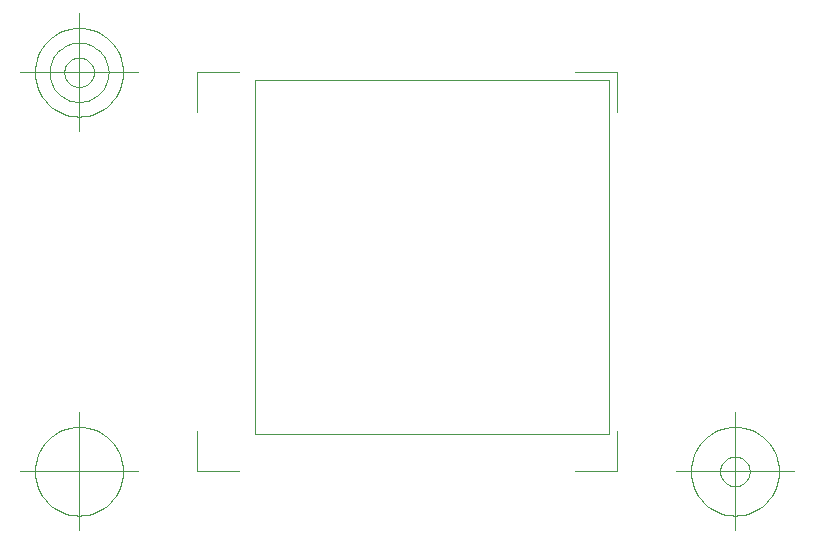
<source format=gbr>
G04 Generated by Ultiboard 10.0 *
%FSLAX25Y25*%
%MOIN*%

%ADD23C,0.00004*%
%ADD22C,0.00394*%


G04 ColorRGB 00FFFF for the following layer *
%LNLeiterplattenumriss*%
%LPD*%
%FSLAX25Y25*%
%MOIN*%
G54D23*
X0Y0D02*
X118000Y0D01*
X118000Y0D02*
X118000Y118000D01*
X118000Y118000D02*
X0Y118000D01*
X0Y118000D02*
X0Y0D01*
X0Y0D02*
X118000Y0D01*
X118000Y0D02*
X118000Y118000D01*
X118000Y118000D02*
X0Y118000D01*
X0Y118000D02*
X0Y0D01*
G54D22*
X-19400Y-12512D02*
X-19400Y789D01*
X-19400Y-12512D02*
X-5410Y-12512D01*
X120500Y-12512D02*
X106510Y-12512D01*
X120500Y-12512D02*
X120500Y789D01*
X120500Y120500D02*
X120500Y107199D01*
X120500Y120500D02*
X106510Y120500D01*
X-19400Y120500D02*
X-5410Y120500D01*
X-19400Y120500D02*
X-19400Y107199D01*
X-39085Y-12512D02*
X-78455Y-12512D01*
X-58770Y-32197D02*
X-58770Y7173D01*
X-44006Y-12512D02*
X-44077Y-11065D01*
X-44077Y-11065D02*
X-44290Y-9632D01*
X-44290Y-9632D02*
X-44642Y-8226D01*
X-44642Y-8226D02*
X-45130Y-6862D01*
X-45130Y-6862D02*
X-45750Y-5552D01*
X-45750Y-5552D02*
X-46494Y-4309D01*
X-46494Y-4309D02*
X-47358Y-3146D01*
X-47358Y-3146D02*
X-48331Y-2072D01*
X-48331Y-2072D02*
X-49404Y-1099D01*
X-49404Y-1099D02*
X-50568Y-236D01*
X-50568Y-236D02*
X-51810Y509D01*
X-51810Y509D02*
X-53120Y1128D01*
X-53120Y1128D02*
X-54484Y1616D01*
X-54484Y1616D02*
X-55890Y1968D01*
X-55890Y1968D02*
X-57323Y2181D01*
X-57323Y2181D02*
X-58770Y2252D01*
X-58770Y2252D02*
X-60217Y2181D01*
X-60217Y2181D02*
X-61650Y1968D01*
X-61650Y1968D02*
X-63056Y1616D01*
X-63056Y1616D02*
X-64420Y1128D01*
X-64420Y1128D02*
X-65730Y509D01*
X-65730Y509D02*
X-66972Y-236D01*
X-66972Y-236D02*
X-68136Y-1099D01*
X-68136Y-1099D02*
X-69210Y-2072D01*
X-69210Y-2072D02*
X-70183Y-3146D01*
X-70183Y-3146D02*
X-71046Y-4309D01*
X-71046Y-4309D02*
X-71791Y-5552D01*
X-71791Y-5552D02*
X-72410Y-6862D01*
X-72410Y-6862D02*
X-72898Y-8226D01*
X-72898Y-8226D02*
X-73250Y-9632D01*
X-73250Y-9632D02*
X-73463Y-11065D01*
X-73463Y-11065D02*
X-73534Y-12512D01*
X-73534Y-12512D02*
X-73463Y-13959D01*
X-73463Y-13959D02*
X-73250Y-15392D01*
X-73250Y-15392D02*
X-72898Y-16798D01*
X-72898Y-16798D02*
X-72410Y-18162D01*
X-72410Y-18162D02*
X-71791Y-19471D01*
X-71791Y-19471D02*
X-71046Y-20714D01*
X-71046Y-20714D02*
X-70183Y-21878D01*
X-70183Y-21878D02*
X-69210Y-22951D01*
X-69210Y-22951D02*
X-68136Y-23924D01*
X-68136Y-23924D02*
X-66972Y-24787D01*
X-66972Y-24787D02*
X-65730Y-25532D01*
X-65730Y-25532D02*
X-64420Y-26152D01*
X-64420Y-26152D02*
X-63056Y-26640D01*
X-63056Y-26640D02*
X-61650Y-26992D01*
X-61650Y-26992D02*
X-60217Y-27204D01*
X-60217Y-27204D02*
X-58770Y-27276D01*
X-58770Y-27276D02*
X-57323Y-27204D01*
X-57323Y-27204D02*
X-55890Y-26992D01*
X-55890Y-26992D02*
X-54484Y-26640D01*
X-54484Y-26640D02*
X-53120Y-26152D01*
X-53120Y-26152D02*
X-51810Y-25532D01*
X-51810Y-25532D02*
X-50568Y-24787D01*
X-50568Y-24787D02*
X-49404Y-23924D01*
X-49404Y-23924D02*
X-48331Y-22951D01*
X-48331Y-22951D02*
X-47358Y-21878D01*
X-47358Y-21878D02*
X-46494Y-20714D01*
X-46494Y-20714D02*
X-45750Y-19471D01*
X-45750Y-19471D02*
X-45130Y-18162D01*
X-45130Y-18162D02*
X-44642Y-16798D01*
X-44642Y-16798D02*
X-44290Y-15392D01*
X-44290Y-15392D02*
X-44077Y-13959D01*
X-44077Y-13959D02*
X-44006Y-12512D01*
X140185Y-12512D02*
X179555Y-12512D01*
X159870Y-32197D02*
X159870Y7173D01*
X174634Y-12512D02*
X174563Y-11065D01*
X174563Y-11065D02*
X174350Y-9632D01*
X174350Y-9632D02*
X173998Y-8226D01*
X173998Y-8226D02*
X173510Y-6862D01*
X173510Y-6862D02*
X172891Y-5552D01*
X172891Y-5552D02*
X172146Y-4309D01*
X172146Y-4309D02*
X171283Y-3146D01*
X171283Y-3146D02*
X170310Y-2072D01*
X170310Y-2072D02*
X169236Y-1099D01*
X169236Y-1099D02*
X168072Y-236D01*
X168072Y-236D02*
X166830Y509D01*
X166830Y509D02*
X165520Y1128D01*
X165520Y1128D02*
X164156Y1616D01*
X164156Y1616D02*
X162750Y1968D01*
X162750Y1968D02*
X161317Y2181D01*
X161317Y2181D02*
X159870Y2252D01*
X159870Y2252D02*
X158423Y2181D01*
X158423Y2181D02*
X156990Y1968D01*
X156990Y1968D02*
X155584Y1616D01*
X155584Y1616D02*
X154220Y1128D01*
X154220Y1128D02*
X152910Y509D01*
X152910Y509D02*
X151668Y-236D01*
X151668Y-236D02*
X150504Y-1099D01*
X150504Y-1099D02*
X149431Y-2072D01*
X149431Y-2072D02*
X148458Y-3146D01*
X148458Y-3146D02*
X147594Y-4309D01*
X147594Y-4309D02*
X146850Y-5552D01*
X146850Y-5552D02*
X146230Y-6862D01*
X146230Y-6862D02*
X145742Y-8226D01*
X145742Y-8226D02*
X145390Y-9632D01*
X145390Y-9632D02*
X145177Y-11065D01*
X145177Y-11065D02*
X145106Y-12512D01*
X145106Y-12512D02*
X145177Y-13959D01*
X145177Y-13959D02*
X145390Y-15392D01*
X145390Y-15392D02*
X145742Y-16798D01*
X145742Y-16798D02*
X146230Y-18162D01*
X146230Y-18162D02*
X146850Y-19471D01*
X146850Y-19471D02*
X147594Y-20714D01*
X147594Y-20714D02*
X148458Y-21878D01*
X148458Y-21878D02*
X149431Y-22951D01*
X149431Y-22951D02*
X150504Y-23924D01*
X150504Y-23924D02*
X151668Y-24787D01*
X151668Y-24787D02*
X152910Y-25532D01*
X152910Y-25532D02*
X154220Y-26152D01*
X154220Y-26152D02*
X155584Y-26640D01*
X155584Y-26640D02*
X156990Y-26992D01*
X156990Y-26992D02*
X158423Y-27204D01*
X158423Y-27204D02*
X159870Y-27276D01*
X159870Y-27276D02*
X161317Y-27204D01*
X161317Y-27204D02*
X162750Y-26992D01*
X162750Y-26992D02*
X164156Y-26640D01*
X164156Y-26640D02*
X165520Y-26152D01*
X165520Y-26152D02*
X166830Y-25532D01*
X166830Y-25532D02*
X168072Y-24787D01*
X168072Y-24787D02*
X169236Y-23924D01*
X169236Y-23924D02*
X170310Y-22951D01*
X170310Y-22951D02*
X171283Y-21878D01*
X171283Y-21878D02*
X172146Y-20714D01*
X172146Y-20714D02*
X172891Y-19471D01*
X172891Y-19471D02*
X173510Y-18162D01*
X173510Y-18162D02*
X173998Y-16798D01*
X173998Y-16798D02*
X174350Y-15392D01*
X174350Y-15392D02*
X174563Y-13959D01*
X174563Y-13959D02*
X174634Y-12512D01*
X164791Y-12512D02*
X164768Y-12029D01*
X164768Y-12029D02*
X164697Y-11552D01*
X164697Y-11552D02*
X164579Y-11083D01*
X164579Y-11083D02*
X164417Y-10629D01*
X164417Y-10629D02*
X164210Y-10192D01*
X164210Y-10192D02*
X163962Y-9778D01*
X163962Y-9778D02*
X163674Y-9390D01*
X163674Y-9390D02*
X163350Y-9032D01*
X163350Y-9032D02*
X162992Y-8708D01*
X162992Y-8708D02*
X162604Y-8420D01*
X162604Y-8420D02*
X162190Y-8172D01*
X162190Y-8172D02*
X161753Y-7965D01*
X161753Y-7965D02*
X161299Y-7802D01*
X161299Y-7802D02*
X160830Y-7685D01*
X160830Y-7685D02*
X160352Y-7614D01*
X160352Y-7614D02*
X159870Y-7591D01*
X159870Y-7591D02*
X159388Y-7614D01*
X159388Y-7614D02*
X158910Y-7685D01*
X158910Y-7685D02*
X158442Y-7802D01*
X158442Y-7802D02*
X157987Y-7965D01*
X157987Y-7965D02*
X157550Y-8172D01*
X157550Y-8172D02*
X157136Y-8420D01*
X157136Y-8420D02*
X156748Y-8708D01*
X156748Y-8708D02*
X156390Y-9032D01*
X156390Y-9032D02*
X156066Y-9390D01*
X156066Y-9390D02*
X155778Y-9778D01*
X155778Y-9778D02*
X155530Y-10192D01*
X155530Y-10192D02*
X155323Y-10629D01*
X155323Y-10629D02*
X155161Y-11083D01*
X155161Y-11083D02*
X155043Y-11552D01*
X155043Y-11552D02*
X154973Y-12029D01*
X154973Y-12029D02*
X154949Y-12512D01*
X154949Y-12512D02*
X154973Y-12994D01*
X154973Y-12994D02*
X155043Y-13472D01*
X155043Y-13472D02*
X155161Y-13940D01*
X155161Y-13940D02*
X155323Y-14395D01*
X155323Y-14395D02*
X155530Y-14832D01*
X155530Y-14832D02*
X155778Y-15246D01*
X155778Y-15246D02*
X156066Y-15634D01*
X156066Y-15634D02*
X156390Y-15992D01*
X156390Y-15992D02*
X156748Y-16316D01*
X156748Y-16316D02*
X157136Y-16604D01*
X157136Y-16604D02*
X157550Y-16852D01*
X157550Y-16852D02*
X157987Y-17058D01*
X157987Y-17058D02*
X158442Y-17221D01*
X158442Y-17221D02*
X158910Y-17339D01*
X158910Y-17339D02*
X159388Y-17409D01*
X159388Y-17409D02*
X159870Y-17433D01*
X159870Y-17433D02*
X160352Y-17409D01*
X160352Y-17409D02*
X160830Y-17339D01*
X160830Y-17339D02*
X161299Y-17221D01*
X161299Y-17221D02*
X161753Y-17058D01*
X161753Y-17058D02*
X162190Y-16852D01*
X162190Y-16852D02*
X162604Y-16604D01*
X162604Y-16604D02*
X162992Y-16316D01*
X162992Y-16316D02*
X163350Y-15992D01*
X163350Y-15992D02*
X163674Y-15634D01*
X163674Y-15634D02*
X163962Y-15246D01*
X163962Y-15246D02*
X164210Y-14832D01*
X164210Y-14832D02*
X164417Y-14395D01*
X164417Y-14395D02*
X164579Y-13940D01*
X164579Y-13940D02*
X164697Y-13472D01*
X164697Y-13472D02*
X164768Y-12994D01*
X164768Y-12994D02*
X164791Y-12512D01*
X-39085Y120500D02*
X-78455Y120500D01*
X-58770Y100815D02*
X-58770Y140185D01*
X-44006Y120500D02*
X-44077Y121947D01*
X-44077Y121947D02*
X-44290Y123380D01*
X-44290Y123380D02*
X-44642Y124786D01*
X-44642Y124786D02*
X-45130Y126150D01*
X-45130Y126150D02*
X-45750Y127460D01*
X-45750Y127460D02*
X-46494Y128702D01*
X-46494Y128702D02*
X-47358Y129866D01*
X-47358Y129866D02*
X-48331Y130940D01*
X-48331Y130940D02*
X-49404Y131913D01*
X-49404Y131913D02*
X-50568Y132776D01*
X-50568Y132776D02*
X-51810Y133520D01*
X-51810Y133520D02*
X-53120Y134140D01*
X-53120Y134140D02*
X-54484Y134628D01*
X-54484Y134628D02*
X-55890Y134980D01*
X-55890Y134980D02*
X-57323Y135193D01*
X-57323Y135193D02*
X-58770Y135264D01*
X-58770Y135264D02*
X-60217Y135193D01*
X-60217Y135193D02*
X-61650Y134980D01*
X-61650Y134980D02*
X-63056Y134628D01*
X-63056Y134628D02*
X-64420Y134140D01*
X-64420Y134140D02*
X-65730Y133520D01*
X-65730Y133520D02*
X-66972Y132776D01*
X-66972Y132776D02*
X-68136Y131913D01*
X-68136Y131913D02*
X-69210Y130940D01*
X-69210Y130940D02*
X-70183Y129866D01*
X-70183Y129866D02*
X-71046Y128702D01*
X-71046Y128702D02*
X-71791Y127460D01*
X-71791Y127460D02*
X-72410Y126150D01*
X-72410Y126150D02*
X-72898Y124786D01*
X-72898Y124786D02*
X-73250Y123380D01*
X-73250Y123380D02*
X-73463Y121947D01*
X-73463Y121947D02*
X-73534Y120500D01*
X-73534Y120500D02*
X-73463Y119053D01*
X-73463Y119053D02*
X-73250Y117620D01*
X-73250Y117620D02*
X-72898Y116214D01*
X-72898Y116214D02*
X-72410Y114850D01*
X-72410Y114850D02*
X-71791Y113540D01*
X-71791Y113540D02*
X-71046Y112298D01*
X-71046Y112298D02*
X-70183Y111134D01*
X-70183Y111134D02*
X-69210Y110060D01*
X-69210Y110060D02*
X-68136Y109087D01*
X-68136Y109087D02*
X-66972Y108224D01*
X-66972Y108224D02*
X-65730Y107480D01*
X-65730Y107480D02*
X-64420Y106860D01*
X-64420Y106860D02*
X-63056Y106372D01*
X-63056Y106372D02*
X-61650Y106020D01*
X-61650Y106020D02*
X-60217Y105807D01*
X-60217Y105807D02*
X-58770Y105736D01*
X-58770Y105736D02*
X-57323Y105807D01*
X-57323Y105807D02*
X-55890Y106020D01*
X-55890Y106020D02*
X-54484Y106372D01*
X-54484Y106372D02*
X-53120Y106860D01*
X-53120Y106860D02*
X-51810Y107480D01*
X-51810Y107480D02*
X-50568Y108224D01*
X-50568Y108224D02*
X-49404Y109087D01*
X-49404Y109087D02*
X-48331Y110060D01*
X-48331Y110060D02*
X-47358Y111134D01*
X-47358Y111134D02*
X-46494Y112298D01*
X-46494Y112298D02*
X-45750Y113540D01*
X-45750Y113540D02*
X-45130Y114850D01*
X-45130Y114850D02*
X-44642Y116214D01*
X-44642Y116214D02*
X-44290Y117620D01*
X-44290Y117620D02*
X-44077Y119053D01*
X-44077Y119053D02*
X-44006Y120500D01*
X-48928Y120500D02*
X-48975Y121465D01*
X-48975Y121465D02*
X-49117Y122420D01*
X-49117Y122420D02*
X-49351Y123357D01*
X-49351Y123357D02*
X-49677Y124267D01*
X-49677Y124267D02*
X-50090Y125140D01*
X-50090Y125140D02*
X-50586Y125968D01*
X-50586Y125968D02*
X-51162Y126744D01*
X-51162Y126744D02*
X-51810Y127460D01*
X-51810Y127460D02*
X-52526Y128108D01*
X-52526Y128108D02*
X-53302Y128684D01*
X-53302Y128684D02*
X-54130Y129180D01*
X-54130Y129180D02*
X-55004Y129593D01*
X-55004Y129593D02*
X-55913Y129919D01*
X-55913Y129919D02*
X-56850Y130153D01*
X-56850Y130153D02*
X-57805Y130295D01*
X-57805Y130295D02*
X-58770Y130343D01*
X-58770Y130343D02*
X-59735Y130295D01*
X-59735Y130295D02*
X-60690Y130153D01*
X-60690Y130153D02*
X-61627Y129919D01*
X-61627Y129919D02*
X-62537Y129593D01*
X-62537Y129593D02*
X-63410Y129180D01*
X-63410Y129180D02*
X-64238Y128684D01*
X-64238Y128684D02*
X-65014Y128108D01*
X-65014Y128108D02*
X-65730Y127460D01*
X-65730Y127460D02*
X-66378Y126744D01*
X-66378Y126744D02*
X-66954Y125968D01*
X-66954Y125968D02*
X-67450Y125140D01*
X-67450Y125140D02*
X-67863Y124267D01*
X-67863Y124267D02*
X-68189Y123357D01*
X-68189Y123357D02*
X-68423Y122420D01*
X-68423Y122420D02*
X-68565Y121465D01*
X-68565Y121465D02*
X-68613Y120500D01*
X-68613Y120500D02*
X-68565Y119535D01*
X-68565Y119535D02*
X-68423Y118580D01*
X-68423Y118580D02*
X-68189Y117643D01*
X-68189Y117643D02*
X-67863Y116733D01*
X-67863Y116733D02*
X-67450Y115860D01*
X-67450Y115860D02*
X-66954Y115032D01*
X-66954Y115032D02*
X-66378Y114256D01*
X-66378Y114256D02*
X-65730Y113540D01*
X-65730Y113540D02*
X-65014Y112892D01*
X-65014Y112892D02*
X-64238Y112316D01*
X-64238Y112316D02*
X-63410Y111820D01*
X-63410Y111820D02*
X-62537Y111407D01*
X-62537Y111407D02*
X-61627Y111081D01*
X-61627Y111081D02*
X-60690Y110847D01*
X-60690Y110847D02*
X-59735Y110705D01*
X-59735Y110705D02*
X-58770Y110657D01*
X-58770Y110657D02*
X-57805Y110705D01*
X-57805Y110705D02*
X-56850Y110847D01*
X-56850Y110847D02*
X-55913Y111081D01*
X-55913Y111081D02*
X-55004Y111407D01*
X-55004Y111407D02*
X-54130Y111820D01*
X-54130Y111820D02*
X-53302Y112316D01*
X-53302Y112316D02*
X-52526Y112892D01*
X-52526Y112892D02*
X-51810Y113540D01*
X-51810Y113540D02*
X-51162Y114256D01*
X-51162Y114256D02*
X-50586Y115032D01*
X-50586Y115032D02*
X-50090Y115860D01*
X-50090Y115860D02*
X-49677Y116733D01*
X-49677Y116733D02*
X-49351Y117643D01*
X-49351Y117643D02*
X-49117Y118580D01*
X-49117Y118580D02*
X-48975Y119535D01*
X-48975Y119535D02*
X-48928Y120500D01*
X-53849Y120500D02*
X-53873Y120982D01*
X-53873Y120982D02*
X-53943Y121460D01*
X-53943Y121460D02*
X-54061Y121929D01*
X-54061Y121929D02*
X-54223Y122383D01*
X-54223Y122383D02*
X-54430Y122820D01*
X-54430Y122820D02*
X-54678Y123234D01*
X-54678Y123234D02*
X-54966Y123622D01*
X-54966Y123622D02*
X-55290Y123980D01*
X-55290Y123980D02*
X-55648Y124304D01*
X-55648Y124304D02*
X-56036Y124592D01*
X-56036Y124592D02*
X-56450Y124840D01*
X-56450Y124840D02*
X-56887Y125047D01*
X-56887Y125047D02*
X-57342Y125209D01*
X-57342Y125209D02*
X-57810Y125327D01*
X-57810Y125327D02*
X-58288Y125398D01*
X-58288Y125398D02*
X-58770Y125421D01*
X-58770Y125421D02*
X-59252Y125398D01*
X-59252Y125398D02*
X-59730Y125327D01*
X-59730Y125327D02*
X-60199Y125209D01*
X-60199Y125209D02*
X-60653Y125047D01*
X-60653Y125047D02*
X-61090Y124840D01*
X-61090Y124840D02*
X-61504Y124592D01*
X-61504Y124592D02*
X-61892Y124304D01*
X-61892Y124304D02*
X-62250Y123980D01*
X-62250Y123980D02*
X-62574Y123622D01*
X-62574Y123622D02*
X-62862Y123234D01*
X-62862Y123234D02*
X-63110Y122820D01*
X-63110Y122820D02*
X-63317Y122383D01*
X-63317Y122383D02*
X-63479Y121929D01*
X-63479Y121929D02*
X-63597Y121460D01*
X-63597Y121460D02*
X-63668Y120982D01*
X-63668Y120982D02*
X-63691Y120500D01*
X-63691Y120500D02*
X-63668Y120018D01*
X-63668Y120018D02*
X-63597Y119540D01*
X-63597Y119540D02*
X-63479Y119071D01*
X-63479Y119071D02*
X-63317Y118617D01*
X-63317Y118617D02*
X-63110Y118180D01*
X-63110Y118180D02*
X-62862Y117766D01*
X-62862Y117766D02*
X-62574Y117378D01*
X-62574Y117378D02*
X-62250Y117020D01*
X-62250Y117020D02*
X-61892Y116696D01*
X-61892Y116696D02*
X-61504Y116408D01*
X-61504Y116408D02*
X-61090Y116160D01*
X-61090Y116160D02*
X-60653Y115953D01*
X-60653Y115953D02*
X-60199Y115791D01*
X-60199Y115791D02*
X-59730Y115673D01*
X-59730Y115673D02*
X-59252Y115602D01*
X-59252Y115602D02*
X-58770Y115579D01*
X-58770Y115579D02*
X-58288Y115602D01*
X-58288Y115602D02*
X-57810Y115673D01*
X-57810Y115673D02*
X-57342Y115791D01*
X-57342Y115791D02*
X-56887Y115953D01*
X-56887Y115953D02*
X-56450Y116160D01*
X-56450Y116160D02*
X-56036Y116408D01*
X-56036Y116408D02*
X-55648Y116696D01*
X-55648Y116696D02*
X-55290Y117020D01*
X-55290Y117020D02*
X-54966Y117378D01*
X-54966Y117378D02*
X-54678Y117766D01*
X-54678Y117766D02*
X-54430Y118180D01*
X-54430Y118180D02*
X-54223Y118617D01*
X-54223Y118617D02*
X-54061Y119071D01*
X-54061Y119071D02*
X-53943Y119540D01*
X-53943Y119540D02*
X-53873Y120018D01*
X-53873Y120018D02*
X-53849Y120500D01*
X-19400Y-12512D02*
X-19400Y789D01*
X-19400Y-12512D02*
X-5410Y-12512D01*
X120500Y-12512D02*
X106510Y-12512D01*
X120500Y-12512D02*
X120500Y789D01*
X120500Y120500D02*
X120500Y107199D01*
X120500Y120500D02*
X106510Y120500D01*
X-19400Y120500D02*
X-5410Y120500D01*
X-19400Y120500D02*
X-19400Y107199D01*
X-39085Y-12512D02*
X-78455Y-12512D01*
X-58770Y-32197D02*
X-58770Y7173D01*
X-44006Y-12512D02*
X-44077Y-11065D01*
X-44077Y-11065D02*
X-44290Y-9632D01*
X-44290Y-9632D02*
X-44642Y-8226D01*
X-44642Y-8226D02*
X-45130Y-6862D01*
X-45130Y-6862D02*
X-45750Y-5552D01*
X-45750Y-5552D02*
X-46494Y-4309D01*
X-46494Y-4309D02*
X-47358Y-3146D01*
X-47358Y-3146D02*
X-48331Y-2072D01*
X-48331Y-2072D02*
X-49404Y-1099D01*
X-49404Y-1099D02*
X-50568Y-236D01*
X-50568Y-236D02*
X-51810Y509D01*
X-51810Y509D02*
X-53120Y1128D01*
X-53120Y1128D02*
X-54484Y1616D01*
X-54484Y1616D02*
X-55890Y1968D01*
X-55890Y1968D02*
X-57323Y2181D01*
X-57323Y2181D02*
X-58770Y2252D01*
X-58770Y2252D02*
X-60217Y2181D01*
X-60217Y2181D02*
X-61650Y1968D01*
X-61650Y1968D02*
X-63056Y1616D01*
X-63056Y1616D02*
X-64420Y1128D01*
X-64420Y1128D02*
X-65730Y509D01*
X-65730Y509D02*
X-66972Y-236D01*
X-66972Y-236D02*
X-68136Y-1099D01*
X-68136Y-1099D02*
X-69210Y-2072D01*
X-69210Y-2072D02*
X-70183Y-3146D01*
X-70183Y-3146D02*
X-71046Y-4309D01*
X-71046Y-4309D02*
X-71791Y-5552D01*
X-71791Y-5552D02*
X-72410Y-6862D01*
X-72410Y-6862D02*
X-72898Y-8226D01*
X-72898Y-8226D02*
X-73250Y-9632D01*
X-73250Y-9632D02*
X-73463Y-11065D01*
X-73463Y-11065D02*
X-73534Y-12512D01*
X-73534Y-12512D02*
X-73463Y-13959D01*
X-73463Y-13959D02*
X-73250Y-15392D01*
X-73250Y-15392D02*
X-72898Y-16798D01*
X-72898Y-16798D02*
X-72410Y-18162D01*
X-72410Y-18162D02*
X-71791Y-19471D01*
X-71791Y-19471D02*
X-71046Y-20714D01*
X-71046Y-20714D02*
X-70183Y-21878D01*
X-70183Y-21878D02*
X-69210Y-22951D01*
X-69210Y-22951D02*
X-68136Y-23924D01*
X-68136Y-23924D02*
X-66972Y-24787D01*
X-66972Y-24787D02*
X-65730Y-25532D01*
X-65730Y-25532D02*
X-64420Y-26152D01*
X-64420Y-26152D02*
X-63056Y-26640D01*
X-63056Y-26640D02*
X-61650Y-26992D01*
X-61650Y-26992D02*
X-60217Y-27204D01*
X-60217Y-27204D02*
X-58770Y-27276D01*
X-58770Y-27276D02*
X-57323Y-27204D01*
X-57323Y-27204D02*
X-55890Y-26992D01*
X-55890Y-26992D02*
X-54484Y-26640D01*
X-54484Y-26640D02*
X-53120Y-26152D01*
X-53120Y-26152D02*
X-51810Y-25532D01*
X-51810Y-25532D02*
X-50568Y-24787D01*
X-50568Y-24787D02*
X-49404Y-23924D01*
X-49404Y-23924D02*
X-48331Y-22951D01*
X-48331Y-22951D02*
X-47358Y-21878D01*
X-47358Y-21878D02*
X-46494Y-20714D01*
X-46494Y-20714D02*
X-45750Y-19471D01*
X-45750Y-19471D02*
X-45130Y-18162D01*
X-45130Y-18162D02*
X-44642Y-16798D01*
X-44642Y-16798D02*
X-44290Y-15392D01*
X-44290Y-15392D02*
X-44077Y-13959D01*
X-44077Y-13959D02*
X-44006Y-12512D01*
X140185Y-12512D02*
X179555Y-12512D01*
X159870Y-32197D02*
X159870Y7173D01*
X174634Y-12512D02*
X174563Y-11065D01*
X174563Y-11065D02*
X174350Y-9632D01*
X174350Y-9632D02*
X173998Y-8226D01*
X173998Y-8226D02*
X173510Y-6862D01*
X173510Y-6862D02*
X172891Y-5552D01*
X172891Y-5552D02*
X172146Y-4309D01*
X172146Y-4309D02*
X171283Y-3146D01*
X171283Y-3146D02*
X170310Y-2072D01*
X170310Y-2072D02*
X169236Y-1099D01*
X169236Y-1099D02*
X168072Y-236D01*
X168072Y-236D02*
X166830Y509D01*
X166830Y509D02*
X165520Y1128D01*
X165520Y1128D02*
X164156Y1616D01*
X164156Y1616D02*
X162750Y1968D01*
X162750Y1968D02*
X161317Y2181D01*
X161317Y2181D02*
X159870Y2252D01*
X159870Y2252D02*
X158423Y2181D01*
X158423Y2181D02*
X156990Y1968D01*
X156990Y1968D02*
X155584Y1616D01*
X155584Y1616D02*
X154220Y1128D01*
X154220Y1128D02*
X152910Y509D01*
X152910Y509D02*
X151668Y-236D01*
X151668Y-236D02*
X150504Y-1099D01*
X150504Y-1099D02*
X149431Y-2072D01*
X149431Y-2072D02*
X148458Y-3146D01*
X148458Y-3146D02*
X147594Y-4309D01*
X147594Y-4309D02*
X146850Y-5552D01*
X146850Y-5552D02*
X146230Y-6862D01*
X146230Y-6862D02*
X145742Y-8226D01*
X145742Y-8226D02*
X145390Y-9632D01*
X145390Y-9632D02*
X145177Y-11065D01*
X145177Y-11065D02*
X145106Y-12512D01*
X145106Y-12512D02*
X145177Y-13959D01*
X145177Y-13959D02*
X145390Y-15392D01*
X145390Y-15392D02*
X145742Y-16798D01*
X145742Y-16798D02*
X146230Y-18162D01*
X146230Y-18162D02*
X146850Y-19471D01*
X146850Y-19471D02*
X147594Y-20714D01*
X147594Y-20714D02*
X148458Y-21878D01*
X148458Y-21878D02*
X149431Y-22951D01*
X149431Y-22951D02*
X150504Y-23924D01*
X150504Y-23924D02*
X151668Y-24787D01*
X151668Y-24787D02*
X152910Y-25532D01*
X152910Y-25532D02*
X154220Y-26152D01*
X154220Y-26152D02*
X155584Y-26640D01*
X155584Y-26640D02*
X156990Y-26992D01*
X156990Y-26992D02*
X158423Y-27204D01*
X158423Y-27204D02*
X159870Y-27276D01*
X159870Y-27276D02*
X161317Y-27204D01*
X161317Y-27204D02*
X162750Y-26992D01*
X162750Y-26992D02*
X164156Y-26640D01*
X164156Y-26640D02*
X165520Y-26152D01*
X165520Y-26152D02*
X166830Y-25532D01*
X166830Y-25532D02*
X168072Y-24787D01*
X168072Y-24787D02*
X169236Y-23924D01*
X169236Y-23924D02*
X170310Y-22951D01*
X170310Y-22951D02*
X171283Y-21878D01*
X171283Y-21878D02*
X172146Y-20714D01*
X172146Y-20714D02*
X172891Y-19471D01*
X172891Y-19471D02*
X173510Y-18162D01*
X173510Y-18162D02*
X173998Y-16798D01*
X173998Y-16798D02*
X174350Y-15392D01*
X174350Y-15392D02*
X174563Y-13959D01*
X174563Y-13959D02*
X174634Y-12512D01*
X164791Y-12512D02*
X164768Y-12029D01*
X164768Y-12029D02*
X164697Y-11552D01*
X164697Y-11552D02*
X164579Y-11083D01*
X164579Y-11083D02*
X164417Y-10629D01*
X164417Y-10629D02*
X164210Y-10192D01*
X164210Y-10192D02*
X163962Y-9778D01*
X163962Y-9778D02*
X163674Y-9390D01*
X163674Y-9390D02*
X163350Y-9032D01*
X163350Y-9032D02*
X162992Y-8708D01*
X162992Y-8708D02*
X162604Y-8420D01*
X162604Y-8420D02*
X162190Y-8172D01*
X162190Y-8172D02*
X161753Y-7965D01*
X161753Y-7965D02*
X161299Y-7802D01*
X161299Y-7802D02*
X160830Y-7685D01*
X160830Y-7685D02*
X160352Y-7614D01*
X160352Y-7614D02*
X159870Y-7591D01*
X159870Y-7591D02*
X159388Y-7614D01*
X159388Y-7614D02*
X158910Y-7685D01*
X158910Y-7685D02*
X158442Y-7802D01*
X158442Y-7802D02*
X157987Y-7965D01*
X157987Y-7965D02*
X157550Y-8172D01*
X157550Y-8172D02*
X157136Y-8420D01*
X157136Y-8420D02*
X156748Y-8708D01*
X156748Y-8708D02*
X156390Y-9032D01*
X156390Y-9032D02*
X156066Y-9390D01*
X156066Y-9390D02*
X155778Y-9778D01*
X155778Y-9778D02*
X155530Y-10192D01*
X155530Y-10192D02*
X155323Y-10629D01*
X155323Y-10629D02*
X155161Y-11083D01*
X155161Y-11083D02*
X155043Y-11552D01*
X155043Y-11552D02*
X154973Y-12029D01*
X154973Y-12029D02*
X154949Y-12512D01*
X154949Y-12512D02*
X154973Y-12994D01*
X154973Y-12994D02*
X155043Y-13472D01*
X155043Y-13472D02*
X155161Y-13940D01*
X155161Y-13940D02*
X155323Y-14395D01*
X155323Y-14395D02*
X155530Y-14832D01*
X155530Y-14832D02*
X155778Y-15246D01*
X155778Y-15246D02*
X156066Y-15634D01*
X156066Y-15634D02*
X156390Y-15992D01*
X156390Y-15992D02*
X156748Y-16316D01*
X156748Y-16316D02*
X157136Y-16604D01*
X157136Y-16604D02*
X157550Y-16852D01*
X157550Y-16852D02*
X157987Y-17058D01*
X157987Y-17058D02*
X158442Y-17221D01*
X158442Y-17221D02*
X158910Y-17339D01*
X158910Y-17339D02*
X159388Y-17409D01*
X159388Y-17409D02*
X159870Y-17433D01*
X159870Y-17433D02*
X160352Y-17409D01*
X160352Y-17409D02*
X160830Y-17339D01*
X160830Y-17339D02*
X161299Y-17221D01*
X161299Y-17221D02*
X161753Y-17058D01*
X161753Y-17058D02*
X162190Y-16852D01*
X162190Y-16852D02*
X162604Y-16604D01*
X162604Y-16604D02*
X162992Y-16316D01*
X162992Y-16316D02*
X163350Y-15992D01*
X163350Y-15992D02*
X163674Y-15634D01*
X163674Y-15634D02*
X163962Y-15246D01*
X163962Y-15246D02*
X164210Y-14832D01*
X164210Y-14832D02*
X164417Y-14395D01*
X164417Y-14395D02*
X164579Y-13940D01*
X164579Y-13940D02*
X164697Y-13472D01*
X164697Y-13472D02*
X164768Y-12994D01*
X164768Y-12994D02*
X164791Y-12512D01*
X-39085Y120500D02*
X-78455Y120500D01*
X-58770Y100815D02*
X-58770Y140185D01*
X-44006Y120500D02*
X-44077Y121947D01*
X-44077Y121947D02*
X-44290Y123380D01*
X-44290Y123380D02*
X-44642Y124786D01*
X-44642Y124786D02*
X-45130Y126150D01*
X-45130Y126150D02*
X-45750Y127460D01*
X-45750Y127460D02*
X-46494Y128702D01*
X-46494Y128702D02*
X-47358Y129866D01*
X-47358Y129866D02*
X-48331Y130940D01*
X-48331Y130940D02*
X-49404Y131913D01*
X-49404Y131913D02*
X-50568Y132776D01*
X-50568Y132776D02*
X-51810Y133520D01*
X-51810Y133520D02*
X-53120Y134140D01*
X-53120Y134140D02*
X-54484Y134628D01*
X-54484Y134628D02*
X-55890Y134980D01*
X-55890Y134980D02*
X-57323Y135193D01*
X-57323Y135193D02*
X-58770Y135264D01*
X-58770Y135264D02*
X-60217Y135193D01*
X-60217Y135193D02*
X-61650Y134980D01*
X-61650Y134980D02*
X-63056Y134628D01*
X-63056Y134628D02*
X-64420Y134140D01*
X-64420Y134140D02*
X-65730Y133520D01*
X-65730Y133520D02*
X-66972Y132776D01*
X-66972Y132776D02*
X-68136Y131913D01*
X-68136Y131913D02*
X-69210Y130940D01*
X-69210Y130940D02*
X-70183Y129866D01*
X-70183Y129866D02*
X-71046Y128702D01*
X-71046Y128702D02*
X-71791Y127460D01*
X-71791Y127460D02*
X-72410Y126150D01*
X-72410Y126150D02*
X-72898Y124786D01*
X-72898Y124786D02*
X-73250Y123380D01*
X-73250Y123380D02*
X-73463Y121947D01*
X-73463Y121947D02*
X-73534Y120500D01*
X-73534Y120500D02*
X-73463Y119053D01*
X-73463Y119053D02*
X-73250Y117620D01*
X-73250Y117620D02*
X-72898Y116214D01*
X-72898Y116214D02*
X-72410Y114850D01*
X-72410Y114850D02*
X-71791Y113540D01*
X-71791Y113540D02*
X-71046Y112298D01*
X-71046Y112298D02*
X-70183Y111134D01*
X-70183Y111134D02*
X-69210Y110060D01*
X-69210Y110060D02*
X-68136Y109087D01*
X-68136Y109087D02*
X-66972Y108224D01*
X-66972Y108224D02*
X-65730Y107480D01*
X-65730Y107480D02*
X-64420Y106860D01*
X-64420Y106860D02*
X-63056Y106372D01*
X-63056Y106372D02*
X-61650Y106020D01*
X-61650Y106020D02*
X-60217Y105807D01*
X-60217Y105807D02*
X-58770Y105736D01*
X-58770Y105736D02*
X-57323Y105807D01*
X-57323Y105807D02*
X-55890Y106020D01*
X-55890Y106020D02*
X-54484Y106372D01*
X-54484Y106372D02*
X-53120Y106860D01*
X-53120Y106860D02*
X-51810Y107480D01*
X-51810Y107480D02*
X-50568Y108224D01*
X-50568Y108224D02*
X-49404Y109087D01*
X-49404Y109087D02*
X-48331Y110060D01*
X-48331Y110060D02*
X-47358Y111134D01*
X-47358Y111134D02*
X-46494Y112298D01*
X-46494Y112298D02*
X-45750Y113540D01*
X-45750Y113540D02*
X-45130Y114850D01*
X-45130Y114850D02*
X-44642Y116214D01*
X-44642Y116214D02*
X-44290Y117620D01*
X-44290Y117620D02*
X-44077Y119053D01*
X-44077Y119053D02*
X-44006Y120500D01*
X-48928Y120500D02*
X-48975Y121465D01*
X-48975Y121465D02*
X-49117Y122420D01*
X-49117Y122420D02*
X-49351Y123357D01*
X-49351Y123357D02*
X-49677Y124267D01*
X-49677Y124267D02*
X-50090Y125140D01*
X-50090Y125140D02*
X-50586Y125968D01*
X-50586Y125968D02*
X-51162Y126744D01*
X-51162Y126744D02*
X-51810Y127460D01*
X-51810Y127460D02*
X-52526Y128108D01*
X-52526Y128108D02*
X-53302Y128684D01*
X-53302Y128684D02*
X-54130Y129180D01*
X-54130Y129180D02*
X-55004Y129593D01*
X-55004Y129593D02*
X-55913Y129919D01*
X-55913Y129919D02*
X-56850Y130153D01*
X-56850Y130153D02*
X-57805Y130295D01*
X-57805Y130295D02*
X-58770Y130343D01*
X-58770Y130343D02*
X-59735Y130295D01*
X-59735Y130295D02*
X-60690Y130153D01*
X-60690Y130153D02*
X-61627Y129919D01*
X-61627Y129919D02*
X-62537Y129593D01*
X-62537Y129593D02*
X-63410Y129180D01*
X-63410Y129180D02*
X-64238Y128684D01*
X-64238Y128684D02*
X-65014Y128108D01*
X-65014Y128108D02*
X-65730Y127460D01*
X-65730Y127460D02*
X-66378Y126744D01*
X-66378Y126744D02*
X-66954Y125968D01*
X-66954Y125968D02*
X-67450Y125140D01*
X-67450Y125140D02*
X-67863Y124267D01*
X-67863Y124267D02*
X-68189Y123357D01*
X-68189Y123357D02*
X-68423Y122420D01*
X-68423Y122420D02*
X-68565Y121465D01*
X-68565Y121465D02*
X-68613Y120500D01*
X-68613Y120500D02*
X-68565Y119535D01*
X-68565Y119535D02*
X-68423Y118580D01*
X-68423Y118580D02*
X-68189Y117643D01*
X-68189Y117643D02*
X-67863Y116733D01*
X-67863Y116733D02*
X-67450Y115860D01*
X-67450Y115860D02*
X-66954Y115032D01*
X-66954Y115032D02*
X-66378Y114256D01*
X-66378Y114256D02*
X-65730Y113540D01*
X-65730Y113540D02*
X-65014Y112892D01*
X-65014Y112892D02*
X-64238Y112316D01*
X-64238Y112316D02*
X-63410Y111820D01*
X-63410Y111820D02*
X-62537Y111407D01*
X-62537Y111407D02*
X-61627Y111081D01*
X-61627Y111081D02*
X-60690Y110847D01*
X-60690Y110847D02*
X-59735Y110705D01*
X-59735Y110705D02*
X-58770Y110657D01*
X-58770Y110657D02*
X-57805Y110705D01*
X-57805Y110705D02*
X-56850Y110847D01*
X-56850Y110847D02*
X-55913Y111081D01*
X-55913Y111081D02*
X-55004Y111407D01*
X-55004Y111407D02*
X-54130Y111820D01*
X-54130Y111820D02*
X-53302Y112316D01*
X-53302Y112316D02*
X-52526Y112892D01*
X-52526Y112892D02*
X-51810Y113540D01*
X-51810Y113540D02*
X-51162Y114256D01*
X-51162Y114256D02*
X-50586Y115032D01*
X-50586Y115032D02*
X-50090Y115860D01*
X-50090Y115860D02*
X-49677Y116733D01*
X-49677Y116733D02*
X-49351Y117643D01*
X-49351Y117643D02*
X-49117Y118580D01*
X-49117Y118580D02*
X-48975Y119535D01*
X-48975Y119535D02*
X-48928Y120500D01*
X-53849Y120500D02*
X-53873Y120982D01*
X-53873Y120982D02*
X-53943Y121460D01*
X-53943Y121460D02*
X-54061Y121929D01*
X-54061Y121929D02*
X-54223Y122383D01*
X-54223Y122383D02*
X-54430Y122820D01*
X-54430Y122820D02*
X-54678Y123234D01*
X-54678Y123234D02*
X-54966Y123622D01*
X-54966Y123622D02*
X-55290Y123980D01*
X-55290Y123980D02*
X-55648Y124304D01*
X-55648Y124304D02*
X-56036Y124592D01*
X-56036Y124592D02*
X-56450Y124840D01*
X-56450Y124840D02*
X-56887Y125047D01*
X-56887Y125047D02*
X-57342Y125209D01*
X-57342Y125209D02*
X-57810Y125327D01*
X-57810Y125327D02*
X-58288Y125398D01*
X-58288Y125398D02*
X-58770Y125421D01*
X-58770Y125421D02*
X-59252Y125398D01*
X-59252Y125398D02*
X-59730Y125327D01*
X-59730Y125327D02*
X-60199Y125209D01*
X-60199Y125209D02*
X-60653Y125047D01*
X-60653Y125047D02*
X-61090Y124840D01*
X-61090Y124840D02*
X-61504Y124592D01*
X-61504Y124592D02*
X-61892Y124304D01*
X-61892Y124304D02*
X-62250Y123980D01*
X-62250Y123980D02*
X-62574Y123622D01*
X-62574Y123622D02*
X-62862Y123234D01*
X-62862Y123234D02*
X-63110Y122820D01*
X-63110Y122820D02*
X-63317Y122383D01*
X-63317Y122383D02*
X-63479Y121929D01*
X-63479Y121929D02*
X-63597Y121460D01*
X-63597Y121460D02*
X-63668Y120982D01*
X-63668Y120982D02*
X-63691Y120500D01*
X-63691Y120500D02*
X-63668Y120018D01*
X-63668Y120018D02*
X-63597Y119540D01*
X-63597Y119540D02*
X-63479Y119071D01*
X-63479Y119071D02*
X-63317Y118617D01*
X-63317Y118617D02*
X-63110Y118180D01*
X-63110Y118180D02*
X-62862Y117766D01*
X-62862Y117766D02*
X-62574Y117378D01*
X-62574Y117378D02*
X-62250Y117020D01*
X-62250Y117020D02*
X-61892Y116696D01*
X-61892Y116696D02*
X-61504Y116408D01*
X-61504Y116408D02*
X-61090Y116160D01*
X-61090Y116160D02*
X-60653Y115953D01*
X-60653Y115953D02*
X-60199Y115791D01*
X-60199Y115791D02*
X-59730Y115673D01*
X-59730Y115673D02*
X-59252Y115602D01*
X-59252Y115602D02*
X-58770Y115579D01*
X-58770Y115579D02*
X-58288Y115602D01*
X-58288Y115602D02*
X-57810Y115673D01*
X-57810Y115673D02*
X-57342Y115791D01*
X-57342Y115791D02*
X-56887Y115953D01*
X-56887Y115953D02*
X-56450Y116160D01*
X-56450Y116160D02*
X-56036Y116408D01*
X-56036Y116408D02*
X-55648Y116696D01*
X-55648Y116696D02*
X-55290Y117020D01*
X-55290Y117020D02*
X-54966Y117378D01*
X-54966Y117378D02*
X-54678Y117766D01*
X-54678Y117766D02*
X-54430Y118180D01*
X-54430Y118180D02*
X-54223Y118617D01*
X-54223Y118617D02*
X-54061Y119071D01*
X-54061Y119071D02*
X-53943Y119540D01*
X-53943Y119540D02*
X-53873Y120018D01*
X-53873Y120018D02*
X-53849Y120500D01*

M00*

</source>
